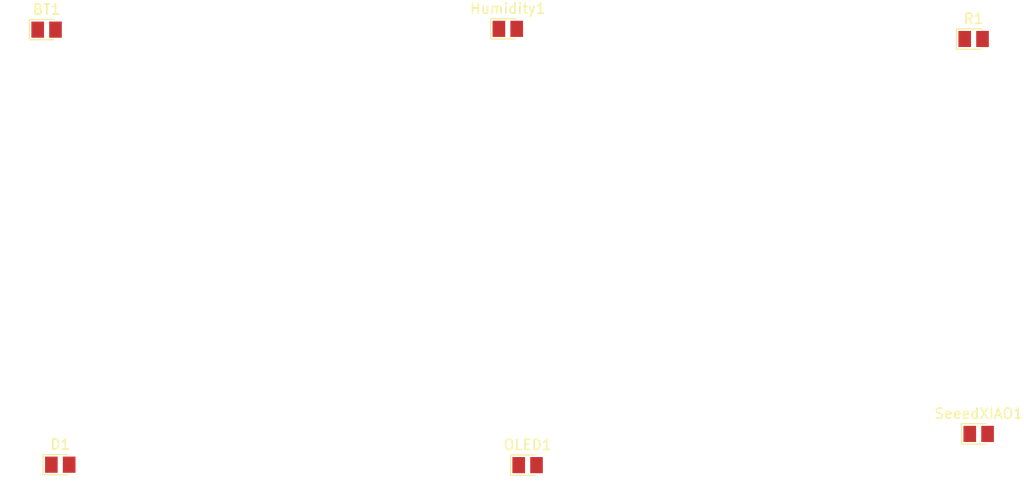
<source format=kicad_pcb>
(kicad_pcb (version 20240108) (generator "pcbnew") (generator_version "8.0")
  (layers (0 "F.Cu" signal) (31 "B.Cu" signal) (34 "B.Paste" user) (35 "F.Paste" user) (36 "B.SilkS" user "B.Silkscreen") (37 "F.SilkS" user "F.Silkscreen") (38 "B.Mask" user) (39 "F.Mask" user) (44 "Edge.Cuts" user))
  (net 0 "")
  (net 1 "Net-(BT1--)")
  (net 2 "Net-(BT1-+)")
  (net 3 "Net-(D1-A)")
  (net 4 "Net-(D1-K)")
  (footprint "LED_SMD:LED_Cree-XQ_HandSoldering" (layer "F.Cu") (at 172.04 105.42)
    (property "Reference" "SeeedXIAO1" (at 0 -2 0) (layer "F.SilkS"))
    (property "Value" "~")
    (fp_line (start -1.7 -1) (end -1.7 1) (stroke (width 0.12)) (layer "F.SilkS"))
    (fp_line (start 0.75 -1) (end -1.7 -1) (stroke (width 0.12)) (layer "F.SilkS"))
    (fp_line (start 0.75 1) (end -1.7 1) (stroke (width 0.12)) (layer "F.SilkS"))
    (pad "1" smd rect (at -0.88 0) (size 1.25 1.6) (layers "F.Cu" "F.Paste" "F.Mask"))
    (pad "2" smd rect (at 0.88 0) (size 1.25 1.6) (layers "F.Cu" "F.Paste" "F.Mask"))
  )
  (footprint "LED_SMD:LED_Cree-XQ_HandSoldering" (layer "F.Cu") (at 171.54 66.42)
    (property "Reference" "R1" (at 0 -2 0) (layer "F.SilkS"))
    (property "Value" "R")
    (fp_line (start -1.7 -1) (end -1.7 1) (stroke (width 0.12)) (layer "F.SilkS"))
    (fp_line (start 0.75 -1) (end -1.7 -1) (stroke (width 0.12)) (layer "F.SilkS"))
    (fp_line (start 0.75 1) (end -1.7 1) (stroke (width 0.12)) (layer "F.SilkS"))
    (pad "1" smd rect (at -0.88 0) (size 1.25 1.6) (layers "F.Cu" "F.Paste" "F.Mask") (net 4 "Net-(D1-K)"))
    (pad "2" smd rect (at 0.88 0) (size 1.25 1.6) (layers "F.Cu" "F.Paste" "F.Mask") (net 1 "Net-(BT1--)"))
  )
  (footprint "LED_SMD:LED_Cree-XQ_HandSoldering" (layer "F.Cu") (at 125.54 65.42)
    (property "Reference" "Humidity1" (at 0 -2 0) (layer "F.SilkS"))
    (property "Value" "~")
    (fp_line (start -1.7 -1) (end -1.7 1) (stroke (width 0.12)) (layer "F.SilkS"))
    (fp_line (start 0.75 -1) (end -1.7 -1) (stroke (width 0.12)) (layer "F.SilkS"))
    (fp_line (start 0.75 1) (end -1.7 1) (stroke (width 0.12)) (layer "F.SilkS"))
    (pad "1" smd rect (at -0.88 0) (size 1.25 1.6) (layers "F.Cu" "F.Paste" "F.Mask"))
    (pad "2" smd rect (at 0.88 0) (size 1.25 1.6) (layers "F.Cu" "F.Paste" "F.Mask"))
  )
  (footprint "LED_SMD:LED_Cree-XQ_HandSoldering" (layer "F.Cu") (at 81.35 108.46)
    (property "Reference" "D1" (at 0 -2 0) (layer "F.SilkS"))
    (property "Value" "LED")
    (fp_line (start -1.7 -1) (end -1.7 1) (stroke (width 0.12)) (layer "F.SilkS"))
    (fp_line (start 0.75 -1) (end -1.7 -1) (stroke (width 0.12)) (layer "F.SilkS"))
    (fp_line (start 0.75 1) (end -1.7 1) (stroke (width 0.12)) (layer "F.SilkS"))
    (pad "1" smd rect (at -0.88 0) (size 1.25 1.6) (layers "F.Cu" "F.Paste" "F.Mask") (net 4 "Net-(D1-K)"))
    (pad "2" smd rect (at 0.88 0) (size 1.25 1.6) (layers "F.Cu" "F.Paste" "F.Mask") (net 3 "Net-(D1-A)"))
  )
  (footprint "LED_SMD:LED_Cree-XQ_HandSoldering" (layer "F.Cu") (at 80 65.5)
    (property "Reference" "BT1" (at 0 -2 0) (layer "F.SilkS"))
    (property "Value" "Battery_Cell")
    (fp_line (start -1.7 -1) (end -1.7 1) (stroke (width 0.12)) (layer "F.SilkS"))
    (fp_line (start 0.75 -1) (end -1.7 -1) (stroke (width 0.12)) (layer "F.SilkS"))
    (fp_line (start 0.75 1) (end -1.7 1) (stroke (width 0.12)) (layer "F.SilkS"))
    (pad "1" smd rect (at -0.88 0) (size 1.25 1.6) (layers "F.Cu" "F.Paste" "F.Mask") (net 2 "Net-(BT1-+)"))
    (pad "2" smd rect (at 0.88 0) (size 1.25 1.6) (layers "F.Cu" "F.Paste" "F.Mask") (net 1 "Net-(BT1--)"))
  )
  (footprint "LED_SMD:LED_Cree-XQ_HandSoldering" (layer "F.Cu") (at 127.5 108.5)
    (property "Reference" "OLED1" (at 0 -2 0) (layer "F.SilkS"))
    (property "Value" "~")
    (fp_line (start -1.7 -1) (end -1.7 1) (stroke (width 0.12)) (layer "F.SilkS"))
    (fp_line (start 0.75 -1) (end -1.7 -1) (stroke (width 0.12)) (layer "F.SilkS"))
    (fp_line (start 0.75 1) (end -1.7 1) (stroke (width 0.12)) (layer "F.SilkS"))
    (pad "1" smd rect (at -0.88 0) (size 1.25 1.6) (layers "F.Cu" "F.Paste" "F.Mask"))
    (pad "2" smd rect (at 0.88 0) (size 1.25 1.6) (layers "F.Cu" "F.Paste" "F.Mask"))
  )
)
</source>
